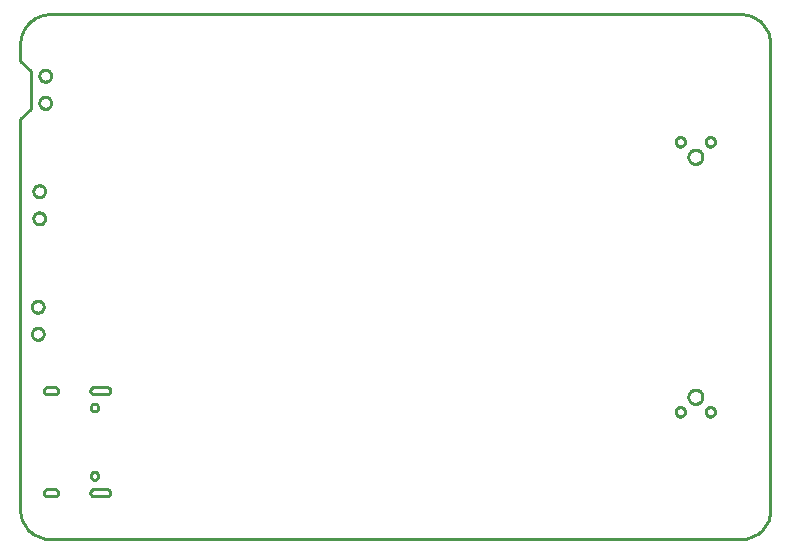
<source format=gbr>
G04 EAGLE Gerber RS-274X export*
G75*
%MOMM*%
%FSLAX34Y34*%
%LPD*%
%IN*%
%IPPOS*%
%AMOC8*
5,1,8,0,0,1.08239X$1,22.5*%
G01*
%ADD10C,0.254000*%


D10*
X0Y25400D02*
X97Y23186D01*
X386Y20989D01*
X865Y18826D01*
X1532Y16713D01*
X2380Y14666D01*
X3403Y12700D01*
X4594Y10831D01*
X5942Y9073D01*
X7440Y7440D01*
X9073Y5942D01*
X10831Y4594D01*
X12700Y3403D01*
X14666Y2380D01*
X16713Y1532D01*
X18826Y865D01*
X20989Y386D01*
X23186Y97D01*
X25400Y0D01*
X609600Y0D01*
X611814Y97D01*
X614011Y386D01*
X616174Y865D01*
X618287Y1532D01*
X620335Y2380D01*
X622300Y3403D01*
X624169Y4594D01*
X625927Y5942D01*
X627561Y7440D01*
X629058Y9073D01*
X630406Y10831D01*
X631597Y12700D01*
X632620Y14666D01*
X633468Y16713D01*
X634135Y18826D01*
X634614Y20989D01*
X634903Y23186D01*
X635000Y25400D01*
X635000Y419100D01*
X634903Y421314D01*
X634614Y423511D01*
X634135Y425674D01*
X633468Y427787D01*
X632620Y429835D01*
X631597Y431800D01*
X630406Y433669D01*
X629058Y435427D01*
X627561Y437061D01*
X625927Y438558D01*
X624169Y439906D01*
X622300Y441097D01*
X620335Y442120D01*
X618287Y442968D01*
X616174Y443635D01*
X614011Y444114D01*
X611814Y444403D01*
X609600Y444500D01*
X25400Y444500D01*
X23186Y444403D01*
X20989Y444114D01*
X18826Y443635D01*
X16713Y442968D01*
X14666Y442120D01*
X12700Y441097D01*
X10831Y439906D01*
X9073Y438558D01*
X7440Y437061D01*
X5942Y435427D01*
X4594Y433669D01*
X3403Y431800D01*
X2380Y429835D01*
X1532Y427787D01*
X865Y425674D01*
X386Y423511D01*
X97Y421314D01*
X0Y419100D01*
X0Y405130D01*
X8890Y396240D01*
X8890Y364490D01*
X0Y355600D01*
X0Y25400D01*
X59300Y125750D02*
X59311Y125489D01*
X59346Y125229D01*
X59402Y124974D01*
X59481Y124724D01*
X59581Y124482D01*
X59702Y124250D01*
X59843Y124029D01*
X60002Y123822D01*
X60179Y123629D01*
X60372Y123452D01*
X60579Y123293D01*
X60800Y123152D01*
X61032Y123031D01*
X61274Y122931D01*
X61524Y122852D01*
X61779Y122796D01*
X62039Y122761D01*
X62300Y122750D01*
X73300Y122750D01*
X73561Y122761D01*
X73821Y122796D01*
X74076Y122852D01*
X74326Y122931D01*
X74568Y123031D01*
X74800Y123152D01*
X75021Y123293D01*
X75228Y123452D01*
X75421Y123629D01*
X75598Y123822D01*
X75757Y124029D01*
X75898Y124250D01*
X76019Y124482D01*
X76119Y124724D01*
X76198Y124974D01*
X76254Y125229D01*
X76289Y125489D01*
X76300Y125750D01*
X76289Y126011D01*
X76254Y126271D01*
X76198Y126526D01*
X76119Y126776D01*
X76019Y127018D01*
X75898Y127250D01*
X75757Y127471D01*
X75598Y127678D01*
X75421Y127871D01*
X75228Y128048D01*
X75021Y128207D01*
X74800Y128348D01*
X74568Y128469D01*
X74326Y128569D01*
X74076Y128648D01*
X73821Y128704D01*
X73561Y128739D01*
X73300Y128750D01*
X62300Y128750D01*
X62039Y128739D01*
X61779Y128704D01*
X61524Y128648D01*
X61274Y128569D01*
X61032Y128469D01*
X60800Y128348D01*
X60579Y128207D01*
X60372Y128048D01*
X60179Y127871D01*
X60002Y127678D01*
X59843Y127471D01*
X59702Y127250D01*
X59581Y127018D01*
X59481Y126776D01*
X59402Y126526D01*
X59346Y126271D01*
X59311Y126011D01*
X59300Y125750D01*
X59300Y39350D02*
X59311Y39089D01*
X59346Y38829D01*
X59402Y38574D01*
X59481Y38324D01*
X59581Y38082D01*
X59702Y37850D01*
X59843Y37629D01*
X60002Y37422D01*
X60179Y37229D01*
X60372Y37052D01*
X60579Y36893D01*
X60800Y36752D01*
X61032Y36631D01*
X61274Y36531D01*
X61524Y36452D01*
X61779Y36396D01*
X62039Y36361D01*
X62300Y36350D01*
X73300Y36350D01*
X73561Y36361D01*
X73821Y36396D01*
X74076Y36452D01*
X74326Y36531D01*
X74568Y36631D01*
X74800Y36752D01*
X75021Y36893D01*
X75228Y37052D01*
X75421Y37229D01*
X75598Y37422D01*
X75757Y37629D01*
X75898Y37850D01*
X76019Y38082D01*
X76119Y38324D01*
X76198Y38574D01*
X76254Y38829D01*
X76289Y39089D01*
X76300Y39350D01*
X76289Y39611D01*
X76254Y39871D01*
X76198Y40126D01*
X76119Y40376D01*
X76019Y40618D01*
X75898Y40850D01*
X75757Y41071D01*
X75598Y41278D01*
X75421Y41471D01*
X75228Y41648D01*
X75021Y41807D01*
X74800Y41948D01*
X74568Y42069D01*
X74326Y42169D01*
X74076Y42248D01*
X73821Y42304D01*
X73561Y42339D01*
X73300Y42350D01*
X62300Y42350D01*
X62039Y42339D01*
X61779Y42304D01*
X61524Y42248D01*
X61274Y42169D01*
X61032Y42069D01*
X60800Y41948D01*
X60579Y41807D01*
X60372Y41648D01*
X60179Y41471D01*
X60002Y41278D01*
X59843Y41071D01*
X59702Y40850D01*
X59581Y40618D01*
X59481Y40376D01*
X59402Y40126D01*
X59346Y39871D01*
X59311Y39611D01*
X59300Y39350D01*
X20000Y39350D02*
X20011Y39089D01*
X20046Y38829D01*
X20102Y38574D01*
X20181Y38324D01*
X20281Y38082D01*
X20402Y37850D01*
X20543Y37629D01*
X20702Y37422D01*
X20879Y37229D01*
X21072Y37052D01*
X21279Y36893D01*
X21500Y36752D01*
X21732Y36631D01*
X21974Y36531D01*
X22224Y36452D01*
X22479Y36396D01*
X22739Y36361D01*
X23000Y36350D01*
X29000Y36350D01*
X29261Y36361D01*
X29521Y36396D01*
X29776Y36452D01*
X30026Y36531D01*
X30268Y36631D01*
X30500Y36752D01*
X30721Y36893D01*
X30928Y37052D01*
X31121Y37229D01*
X31298Y37422D01*
X31457Y37629D01*
X31598Y37850D01*
X31719Y38082D01*
X31819Y38324D01*
X31898Y38574D01*
X31954Y38829D01*
X31989Y39089D01*
X32000Y39350D01*
X31989Y39611D01*
X31954Y39871D01*
X31898Y40126D01*
X31819Y40376D01*
X31719Y40618D01*
X31598Y40850D01*
X31457Y41071D01*
X31298Y41278D01*
X31121Y41471D01*
X30928Y41648D01*
X30721Y41807D01*
X30500Y41948D01*
X30268Y42069D01*
X30026Y42169D01*
X29776Y42248D01*
X29521Y42304D01*
X29261Y42339D01*
X29000Y42350D01*
X23000Y42350D01*
X22739Y42339D01*
X22479Y42304D01*
X22224Y42248D01*
X21974Y42169D01*
X21732Y42069D01*
X21500Y41948D01*
X21279Y41807D01*
X21072Y41648D01*
X20879Y41471D01*
X20702Y41278D01*
X20543Y41071D01*
X20402Y40850D01*
X20281Y40618D01*
X20181Y40376D01*
X20102Y40126D01*
X20046Y39871D01*
X20011Y39611D01*
X20000Y39350D01*
X20000Y125750D02*
X20011Y125489D01*
X20046Y125229D01*
X20102Y124974D01*
X20181Y124724D01*
X20281Y124482D01*
X20402Y124250D01*
X20543Y124029D01*
X20702Y123822D01*
X20879Y123629D01*
X21072Y123452D01*
X21279Y123293D01*
X21500Y123152D01*
X21732Y123031D01*
X21974Y122931D01*
X22224Y122852D01*
X22479Y122796D01*
X22739Y122761D01*
X23000Y122750D01*
X29000Y122750D01*
X29261Y122761D01*
X29521Y122796D01*
X29776Y122852D01*
X30026Y122931D01*
X30268Y123031D01*
X30500Y123152D01*
X30721Y123293D01*
X30928Y123452D01*
X31121Y123629D01*
X31298Y123822D01*
X31457Y124029D01*
X31598Y124250D01*
X31719Y124482D01*
X31819Y124724D01*
X31898Y124974D01*
X31954Y125229D01*
X31989Y125489D01*
X32000Y125750D01*
X31989Y126011D01*
X31954Y126271D01*
X31898Y126526D01*
X31819Y126776D01*
X31719Y127018D01*
X31598Y127250D01*
X31457Y127471D01*
X31298Y127678D01*
X31121Y127871D01*
X30928Y128048D01*
X30721Y128207D01*
X30500Y128348D01*
X30268Y128469D01*
X30026Y128569D01*
X29776Y128648D01*
X29521Y128704D01*
X29261Y128739D01*
X29000Y128750D01*
X23000Y128750D01*
X22739Y128739D01*
X22479Y128704D01*
X22224Y128648D01*
X21974Y128569D01*
X21732Y128469D01*
X21500Y128348D01*
X21279Y128207D01*
X21072Y128048D01*
X20879Y127871D01*
X20702Y127678D01*
X20543Y127471D01*
X20402Y127250D01*
X20281Y127018D01*
X20181Y126776D01*
X20102Y126526D01*
X20046Y126271D01*
X20011Y126011D01*
X20000Y125750D01*
X62587Y50400D02*
X62165Y50456D01*
X61753Y50566D01*
X61359Y50729D01*
X60991Y50942D01*
X60653Y51201D01*
X60351Y51503D01*
X60092Y51841D01*
X59879Y52209D01*
X59716Y52603D01*
X59606Y53015D01*
X59550Y53437D01*
X59550Y53863D01*
X59606Y54285D01*
X59716Y54697D01*
X59879Y55091D01*
X60092Y55459D01*
X60351Y55797D01*
X60653Y56099D01*
X60991Y56358D01*
X61359Y56571D01*
X61753Y56734D01*
X62165Y56844D01*
X62587Y56900D01*
X63013Y56900D01*
X63435Y56844D01*
X63847Y56734D01*
X64241Y56571D01*
X64609Y56358D01*
X64947Y56099D01*
X65249Y55797D01*
X65508Y55459D01*
X65721Y55091D01*
X65884Y54697D01*
X65994Y54285D01*
X66050Y53863D01*
X66050Y53437D01*
X65994Y53015D01*
X65884Y52603D01*
X65721Y52209D01*
X65508Y51841D01*
X65249Y51503D01*
X64947Y51201D01*
X64609Y50942D01*
X64241Y50729D01*
X63847Y50566D01*
X63435Y50456D01*
X63013Y50400D01*
X62587Y50400D01*
X62587Y108200D02*
X62165Y108256D01*
X61753Y108366D01*
X61359Y108529D01*
X60991Y108742D01*
X60653Y109001D01*
X60351Y109303D01*
X60092Y109641D01*
X59879Y110009D01*
X59716Y110403D01*
X59606Y110815D01*
X59550Y111237D01*
X59550Y111663D01*
X59606Y112085D01*
X59716Y112497D01*
X59879Y112891D01*
X60092Y113259D01*
X60351Y113597D01*
X60653Y113899D01*
X60991Y114158D01*
X61359Y114371D01*
X61753Y114534D01*
X62165Y114644D01*
X62587Y114700D01*
X63013Y114700D01*
X63435Y114644D01*
X63847Y114534D01*
X64241Y114371D01*
X64609Y114158D01*
X64947Y113899D01*
X65249Y113597D01*
X65508Y113259D01*
X65721Y112891D01*
X65884Y112497D01*
X65994Y112085D01*
X66050Y111663D01*
X66050Y111237D01*
X65994Y110815D01*
X65884Y110403D01*
X65721Y110009D01*
X65508Y109641D01*
X65249Y109303D01*
X64947Y109001D01*
X64609Y108742D01*
X64241Y108529D01*
X63847Y108366D01*
X63435Y108256D01*
X63013Y108200D01*
X62587Y108200D01*
X20849Y387500D02*
X20291Y387563D01*
X19744Y387688D01*
X19214Y387873D01*
X18708Y388117D01*
X18232Y388416D01*
X17793Y388766D01*
X17396Y389163D01*
X17046Y389602D01*
X16747Y390078D01*
X16503Y390584D01*
X16318Y391114D01*
X16193Y391661D01*
X16130Y392219D01*
X16130Y392781D01*
X16193Y393339D01*
X16318Y393886D01*
X16503Y394416D01*
X16747Y394922D01*
X17046Y395398D01*
X17396Y395837D01*
X17793Y396234D01*
X18232Y396584D01*
X18708Y396883D01*
X19214Y397127D01*
X19744Y397312D01*
X20291Y397437D01*
X20849Y397500D01*
X21411Y397500D01*
X21969Y397437D01*
X22516Y397312D01*
X23046Y397127D01*
X23552Y396883D01*
X24028Y396584D01*
X24467Y396234D01*
X24864Y395837D01*
X25214Y395398D01*
X25513Y394922D01*
X25757Y394416D01*
X25942Y393886D01*
X26067Y393339D01*
X26130Y392781D01*
X26130Y392219D01*
X26067Y391661D01*
X25942Y391114D01*
X25757Y390584D01*
X25513Y390078D01*
X25214Y389602D01*
X24864Y389163D01*
X24467Y388766D01*
X24028Y388416D01*
X23552Y388117D01*
X23046Y387873D01*
X22516Y387688D01*
X21969Y387563D01*
X21411Y387500D01*
X20849Y387500D01*
X20849Y364500D02*
X20291Y364563D01*
X19744Y364688D01*
X19214Y364873D01*
X18708Y365117D01*
X18232Y365416D01*
X17793Y365766D01*
X17396Y366163D01*
X17046Y366602D01*
X16747Y367078D01*
X16503Y367584D01*
X16318Y368114D01*
X16193Y368661D01*
X16130Y369219D01*
X16130Y369781D01*
X16193Y370339D01*
X16318Y370886D01*
X16503Y371416D01*
X16747Y371922D01*
X17046Y372398D01*
X17396Y372837D01*
X17793Y373234D01*
X18232Y373584D01*
X18708Y373883D01*
X19214Y374127D01*
X19744Y374312D01*
X20291Y374437D01*
X20849Y374500D01*
X21411Y374500D01*
X21969Y374437D01*
X22516Y374312D01*
X23046Y374127D01*
X23552Y373883D01*
X24028Y373584D01*
X24467Y373234D01*
X24864Y372837D01*
X25214Y372398D01*
X25513Y371922D01*
X25757Y371416D01*
X25942Y370886D01*
X26067Y370339D01*
X26130Y369781D01*
X26130Y369219D01*
X26067Y368661D01*
X25942Y368114D01*
X25757Y367584D01*
X25513Y367078D01*
X25214Y366602D01*
X24864Y366163D01*
X24467Y365766D01*
X24028Y365416D01*
X23552Y365117D01*
X23046Y364873D01*
X22516Y364688D01*
X21969Y364563D01*
X21411Y364500D01*
X20849Y364500D01*
X15769Y289710D02*
X15211Y289773D01*
X14664Y289898D01*
X14134Y290083D01*
X13628Y290327D01*
X13152Y290626D01*
X12713Y290976D01*
X12316Y291373D01*
X11966Y291812D01*
X11667Y292288D01*
X11423Y292794D01*
X11238Y293324D01*
X11113Y293871D01*
X11050Y294429D01*
X11050Y294991D01*
X11113Y295549D01*
X11238Y296096D01*
X11423Y296626D01*
X11667Y297132D01*
X11966Y297608D01*
X12316Y298047D01*
X12713Y298444D01*
X13152Y298794D01*
X13628Y299093D01*
X14134Y299337D01*
X14664Y299522D01*
X15211Y299647D01*
X15769Y299710D01*
X16331Y299710D01*
X16889Y299647D01*
X17436Y299522D01*
X17966Y299337D01*
X18472Y299093D01*
X18948Y298794D01*
X19387Y298444D01*
X19784Y298047D01*
X20134Y297608D01*
X20433Y297132D01*
X20677Y296626D01*
X20862Y296096D01*
X20987Y295549D01*
X21050Y294991D01*
X21050Y294429D01*
X20987Y293871D01*
X20862Y293324D01*
X20677Y292794D01*
X20433Y292288D01*
X20134Y291812D01*
X19784Y291373D01*
X19387Y290976D01*
X18948Y290626D01*
X18472Y290327D01*
X17966Y290083D01*
X17436Y289898D01*
X16889Y289773D01*
X16331Y289710D01*
X15769Y289710D01*
X15769Y266710D02*
X15211Y266773D01*
X14664Y266898D01*
X14134Y267083D01*
X13628Y267327D01*
X13152Y267626D01*
X12713Y267976D01*
X12316Y268373D01*
X11966Y268812D01*
X11667Y269288D01*
X11423Y269794D01*
X11238Y270324D01*
X11113Y270871D01*
X11050Y271429D01*
X11050Y271991D01*
X11113Y272549D01*
X11238Y273096D01*
X11423Y273626D01*
X11667Y274132D01*
X11966Y274608D01*
X12316Y275047D01*
X12713Y275444D01*
X13152Y275794D01*
X13628Y276093D01*
X14134Y276337D01*
X14664Y276522D01*
X15211Y276647D01*
X15769Y276710D01*
X16331Y276710D01*
X16889Y276647D01*
X17436Y276522D01*
X17966Y276337D01*
X18472Y276093D01*
X18948Y275794D01*
X19387Y275444D01*
X19784Y275047D01*
X20134Y274608D01*
X20433Y274132D01*
X20677Y273626D01*
X20862Y273096D01*
X20987Y272549D01*
X21050Y271991D01*
X21050Y271429D01*
X20987Y270871D01*
X20862Y270324D01*
X20677Y269794D01*
X20433Y269288D01*
X20134Y268812D01*
X19784Y268373D01*
X19387Y267976D01*
X18948Y267626D01*
X18472Y267327D01*
X17966Y267083D01*
X17436Y266898D01*
X16889Y266773D01*
X16331Y266710D01*
X15769Y266710D01*
X14499Y191920D02*
X13941Y191983D01*
X13394Y192108D01*
X12864Y192293D01*
X12358Y192537D01*
X11882Y192836D01*
X11443Y193186D01*
X11046Y193583D01*
X10696Y194022D01*
X10397Y194498D01*
X10153Y195004D01*
X9968Y195534D01*
X9843Y196081D01*
X9780Y196639D01*
X9780Y197201D01*
X9843Y197759D01*
X9968Y198306D01*
X10153Y198836D01*
X10397Y199342D01*
X10696Y199818D01*
X11046Y200257D01*
X11443Y200654D01*
X11882Y201004D01*
X12358Y201303D01*
X12864Y201547D01*
X13394Y201732D01*
X13941Y201857D01*
X14499Y201920D01*
X15061Y201920D01*
X15619Y201857D01*
X16166Y201732D01*
X16696Y201547D01*
X17202Y201303D01*
X17678Y201004D01*
X18117Y200654D01*
X18514Y200257D01*
X18864Y199818D01*
X19163Y199342D01*
X19407Y198836D01*
X19592Y198306D01*
X19717Y197759D01*
X19780Y197201D01*
X19780Y196639D01*
X19717Y196081D01*
X19592Y195534D01*
X19407Y195004D01*
X19163Y194498D01*
X18864Y194022D01*
X18514Y193583D01*
X18117Y193186D01*
X17678Y192836D01*
X17202Y192537D01*
X16696Y192293D01*
X16166Y192108D01*
X15619Y191983D01*
X15061Y191920D01*
X14499Y191920D01*
X14499Y168920D02*
X13941Y168983D01*
X13394Y169108D01*
X12864Y169293D01*
X12358Y169537D01*
X11882Y169836D01*
X11443Y170186D01*
X11046Y170583D01*
X10696Y171022D01*
X10397Y171498D01*
X10153Y172004D01*
X9968Y172534D01*
X9843Y173081D01*
X9780Y173639D01*
X9780Y174201D01*
X9843Y174759D01*
X9968Y175306D01*
X10153Y175836D01*
X10397Y176342D01*
X10696Y176818D01*
X11046Y177257D01*
X11443Y177654D01*
X11882Y178004D01*
X12358Y178303D01*
X12864Y178547D01*
X13394Y178732D01*
X13941Y178857D01*
X14499Y178920D01*
X15061Y178920D01*
X15619Y178857D01*
X16166Y178732D01*
X16696Y178547D01*
X17202Y178303D01*
X17678Y178004D01*
X18117Y177654D01*
X18514Y177257D01*
X18864Y176818D01*
X19163Y176342D01*
X19407Y175836D01*
X19592Y175306D01*
X19717Y174759D01*
X19780Y174201D01*
X19780Y173639D01*
X19717Y173081D01*
X19592Y172534D01*
X19407Y172004D01*
X19163Y171498D01*
X18864Y171022D01*
X18514Y170583D01*
X18117Y170186D01*
X17678Y169836D01*
X17202Y169537D01*
X16696Y169293D01*
X16166Y169108D01*
X15619Y168983D01*
X15061Y168920D01*
X14499Y168920D01*
X571163Y317850D02*
X570493Y317925D01*
X569836Y318075D01*
X569200Y318298D01*
X568593Y318590D01*
X568023Y318949D01*
X567496Y319369D01*
X567019Y319846D01*
X566599Y320373D01*
X566240Y320943D01*
X565948Y321550D01*
X565725Y322186D01*
X565575Y322843D01*
X565500Y323513D01*
X565500Y324187D01*
X565575Y324857D01*
X565725Y325514D01*
X565948Y326150D01*
X566240Y326757D01*
X566599Y327328D01*
X567019Y327854D01*
X567496Y328331D01*
X568023Y328751D01*
X568593Y329110D01*
X569200Y329402D01*
X569836Y329625D01*
X570493Y329775D01*
X571163Y329850D01*
X571837Y329850D01*
X572507Y329775D01*
X573164Y329625D01*
X573800Y329402D01*
X574407Y329110D01*
X574978Y328751D01*
X575504Y328331D01*
X575981Y327854D01*
X576401Y327328D01*
X576760Y326757D01*
X577052Y326150D01*
X577275Y325514D01*
X577425Y324857D01*
X577500Y324187D01*
X577500Y323513D01*
X577425Y322843D01*
X577275Y322186D01*
X577052Y321550D01*
X576760Y320943D01*
X576401Y320373D01*
X575981Y319846D01*
X575504Y319369D01*
X574978Y318949D01*
X574407Y318590D01*
X573800Y318298D01*
X573164Y318075D01*
X572507Y317925D01*
X571837Y317850D01*
X571163Y317850D01*
X571163Y114650D02*
X570493Y114725D01*
X569836Y114875D01*
X569200Y115098D01*
X568593Y115390D01*
X568023Y115749D01*
X567496Y116169D01*
X567019Y116646D01*
X566599Y117173D01*
X566240Y117743D01*
X565948Y118350D01*
X565725Y118986D01*
X565575Y119643D01*
X565500Y120313D01*
X565500Y120987D01*
X565575Y121657D01*
X565725Y122314D01*
X565948Y122950D01*
X566240Y123557D01*
X566599Y124128D01*
X567019Y124654D01*
X567496Y125131D01*
X568023Y125551D01*
X568593Y125910D01*
X569200Y126202D01*
X569836Y126425D01*
X570493Y126575D01*
X571163Y126650D01*
X571837Y126650D01*
X572507Y126575D01*
X573164Y126425D01*
X573800Y126202D01*
X574407Y125910D01*
X574978Y125551D01*
X575504Y125131D01*
X575981Y124654D01*
X576401Y124128D01*
X576760Y123557D01*
X577052Y122950D01*
X577275Y122314D01*
X577425Y121657D01*
X577500Y120987D01*
X577500Y120313D01*
X577425Y119643D01*
X577275Y118986D01*
X577052Y118350D01*
X576760Y117743D01*
X576401Y117173D01*
X575981Y116646D01*
X575504Y116169D01*
X574978Y115749D01*
X574407Y115390D01*
X573800Y115098D01*
X573164Y114875D01*
X572507Y114725D01*
X571837Y114650D01*
X571163Y114650D01*
X583938Y332550D02*
X583418Y332618D01*
X582911Y332754D01*
X582427Y332955D01*
X581973Y333217D01*
X581557Y333536D01*
X581186Y333907D01*
X580867Y334323D01*
X580605Y334777D01*
X580404Y335261D01*
X580268Y335768D01*
X580200Y336288D01*
X580200Y336812D01*
X580268Y337332D01*
X580404Y337839D01*
X580605Y338323D01*
X580867Y338777D01*
X581186Y339193D01*
X581557Y339564D01*
X581973Y339883D01*
X582427Y340145D01*
X582911Y340346D01*
X583418Y340482D01*
X583938Y340550D01*
X584462Y340550D01*
X584982Y340482D01*
X585489Y340346D01*
X585973Y340145D01*
X586427Y339883D01*
X586843Y339564D01*
X587214Y339193D01*
X587533Y338777D01*
X587795Y338323D01*
X587996Y337839D01*
X588132Y337332D01*
X588200Y336812D01*
X588200Y336288D01*
X588132Y335768D01*
X587996Y335261D01*
X587795Y334777D01*
X587533Y334323D01*
X587214Y333907D01*
X586843Y333536D01*
X586427Y333217D01*
X585973Y332955D01*
X585489Y332754D01*
X584982Y332618D01*
X584462Y332550D01*
X583938Y332550D01*
X558538Y332550D02*
X558018Y332618D01*
X557511Y332754D01*
X557027Y332955D01*
X556573Y333217D01*
X556157Y333536D01*
X555786Y333907D01*
X555467Y334323D01*
X555205Y334777D01*
X555004Y335261D01*
X554868Y335768D01*
X554800Y336288D01*
X554800Y336812D01*
X554868Y337332D01*
X555004Y337839D01*
X555205Y338323D01*
X555467Y338777D01*
X555786Y339193D01*
X556157Y339564D01*
X556573Y339883D01*
X557027Y340145D01*
X557511Y340346D01*
X558018Y340482D01*
X558538Y340550D01*
X559062Y340550D01*
X559582Y340482D01*
X560089Y340346D01*
X560573Y340145D01*
X561027Y339883D01*
X561443Y339564D01*
X561814Y339193D01*
X562133Y338777D01*
X562395Y338323D01*
X562596Y337839D01*
X562732Y337332D01*
X562800Y336812D01*
X562800Y336288D01*
X562732Y335768D01*
X562596Y335261D01*
X562395Y334777D01*
X562133Y334323D01*
X561814Y333907D01*
X561443Y333536D01*
X561027Y333217D01*
X560573Y332955D01*
X560089Y332754D01*
X559582Y332618D01*
X559062Y332550D01*
X558538Y332550D01*
X583938Y103950D02*
X583418Y104018D01*
X582911Y104154D01*
X582427Y104355D01*
X581973Y104617D01*
X581557Y104936D01*
X581186Y105307D01*
X580867Y105723D01*
X580605Y106177D01*
X580404Y106661D01*
X580268Y107168D01*
X580200Y107688D01*
X580200Y108212D01*
X580268Y108732D01*
X580404Y109239D01*
X580605Y109723D01*
X580867Y110177D01*
X581186Y110593D01*
X581557Y110964D01*
X581973Y111283D01*
X582427Y111545D01*
X582911Y111746D01*
X583418Y111882D01*
X583938Y111950D01*
X584462Y111950D01*
X584982Y111882D01*
X585489Y111746D01*
X585973Y111545D01*
X586427Y111283D01*
X586843Y110964D01*
X587214Y110593D01*
X587533Y110177D01*
X587795Y109723D01*
X587996Y109239D01*
X588132Y108732D01*
X588200Y108212D01*
X588200Y107688D01*
X588132Y107168D01*
X587996Y106661D01*
X587795Y106177D01*
X587533Y105723D01*
X587214Y105307D01*
X586843Y104936D01*
X586427Y104617D01*
X585973Y104355D01*
X585489Y104154D01*
X584982Y104018D01*
X584462Y103950D01*
X583938Y103950D01*
X558538Y103950D02*
X558018Y104018D01*
X557511Y104154D01*
X557027Y104355D01*
X556573Y104617D01*
X556157Y104936D01*
X555786Y105307D01*
X555467Y105723D01*
X555205Y106177D01*
X555004Y106661D01*
X554868Y107168D01*
X554800Y107688D01*
X554800Y108212D01*
X554868Y108732D01*
X555004Y109239D01*
X555205Y109723D01*
X555467Y110177D01*
X555786Y110593D01*
X556157Y110964D01*
X556573Y111283D01*
X557027Y111545D01*
X557511Y111746D01*
X558018Y111882D01*
X558538Y111950D01*
X559062Y111950D01*
X559582Y111882D01*
X560089Y111746D01*
X560573Y111545D01*
X561027Y111283D01*
X561443Y110964D01*
X561814Y110593D01*
X562133Y110177D01*
X562395Y109723D01*
X562596Y109239D01*
X562732Y108732D01*
X562800Y108212D01*
X562800Y107688D01*
X562732Y107168D01*
X562596Y106661D01*
X562395Y106177D01*
X562133Y105723D01*
X561814Y105307D01*
X561443Y104936D01*
X561027Y104617D01*
X560573Y104355D01*
X560089Y104154D01*
X559582Y104018D01*
X559062Y103950D01*
X558538Y103950D01*
M02*

</source>
